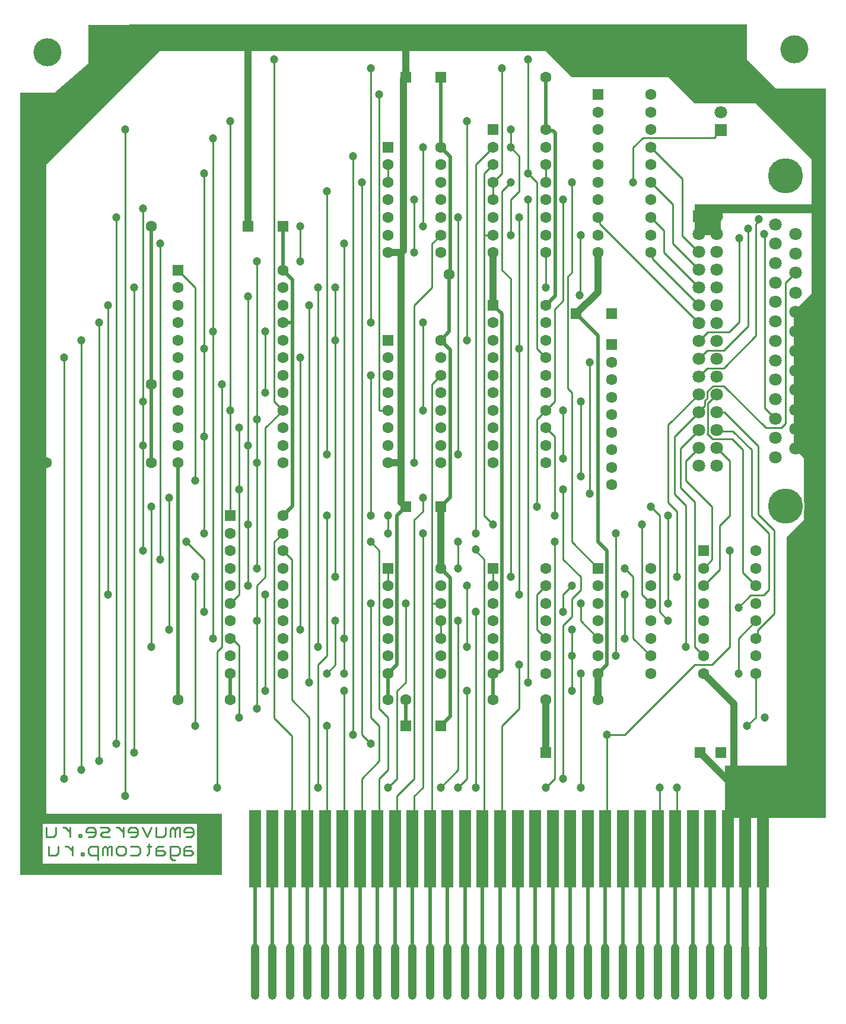
<source format=gbl>
G04*
G04 #@! TF.GenerationSoftware,Altium Limited,Altium Designer,23.6.0 (18)*
G04*
G04 Layer_Physical_Order=2*
G04 Layer_Color=16711680*
%FSLAX44Y44*%
%MOMM*%
G71*
G04*
G04 #@! TF.SameCoordinates,95C8D77B-5923-4534-9A55-EAB02A08894E*
G04*
G04*
G04 #@! TF.FilePolarity,Positive*
G04*
G01*
G75*
%ADD10C,0.2540*%
G04:AMPARAMS|DCode=24|XSize=1.2mm|YSize=8mm|CornerRadius=0.6mm|HoleSize=0mm|Usage=FLASHONLY|Rotation=0.000|XOffset=0mm|YOffset=0mm|HoleType=Round|Shape=RoundedRectangle|*
%AMROUNDEDRECTD24*
21,1,1.2000,6.8000,0,0,0.0*
21,1,0.0000,8.0000,0,0,0.0*
1,1,1.2000,0.0000,-3.4000*
1,1,1.2000,0.0000,-3.4000*
1,1,1.2000,0.0000,3.4000*
1,1,1.2000,0.0000,3.4000*
%
%ADD24ROUNDEDRECTD24*%
%ADD25R,1.7000X11.0000*%
%ADD26C,1.0000*%
%ADD27C,0.2500*%
%ADD28C,0.5500*%
%ADD29C,1.0000*%
%ADD30C,0.5001*%
%ADD31C,0.5000*%
%ADD33R,1.6000X1.6000*%
%ADD34C,5.0000*%
%ADD35C,1.8000*%
%ADD36C,1.6000*%
%ADD37R,1.6000X1.6000*%
%ADD38R,1.8000X1.8000*%
%ADD39C,4.0000*%
%ADD40C,1.2000*%
%ADD41C,1.2000*%
%ADD42R,3.7500X4.4150*%
G36*
X2612500Y1525000D02*
X2654100Y1483400D01*
Y1484100D01*
X2725000D01*
Y443750D01*
X2581250D01*
Y518750D01*
X2668750D01*
Y843750D01*
X2693750Y868750D01*
Y882041D01*
X2694335Y884479D01*
X2694675Y888800D01*
X2694335Y893121D01*
X2693750Y895558D01*
Y956950D01*
X2679100Y971600D01*
Y1166600D01*
X2704100Y1191600D01*
X2704100Y1306250D01*
X2556250D01*
Y1318750D01*
X2704100D01*
Y1383400D01*
X2656250Y1431250D01*
X2656250D01*
X2625000Y1462500D01*
X2537500D01*
X2500000Y1500000D01*
X2362500D01*
X2325000Y1537500D01*
X1775000D01*
X1612500Y1375000D01*
Y450000D01*
X1862500D01*
Y362500D01*
X1575000D01*
Y437500D01*
Y1478000D01*
X1624556D01*
X1672000Y1519323D01*
Y1574526D01*
X1787500Y1574954D01*
Y1575000D01*
X2612500D01*
Y1525000D01*
D02*
G37*
%LPC*%
G36*
X1827540Y435620D02*
X1607448D01*
Y378710D01*
X1827540D01*
Y435620D01*
D02*
G37*
%LPD*%
D10*
X1812463Y417211D02*
X1819128D01*
X1822460Y420543D01*
Y427207D01*
X1819128Y430540D01*
X1812463D01*
X1809131Y427207D01*
Y423875D01*
X1822460D01*
X1802466Y417211D02*
Y430540D01*
X1799134D01*
X1795802Y427207D01*
Y417211D01*
Y427207D01*
X1792470Y430540D01*
X1789137Y427207D01*
Y417211D01*
X1782473Y430540D02*
Y420543D01*
X1779141Y417211D01*
X1769144D01*
Y430540D01*
X1762479D02*
X1755815Y417211D01*
X1749150Y430540D01*
X1732489Y417211D02*
X1739153D01*
X1742486Y420543D01*
Y427207D01*
X1739153Y430540D01*
X1732489D01*
X1729157Y427207D01*
Y423875D01*
X1742486D01*
X1722492Y430540D02*
Y417211D01*
Y423875D01*
X1719160Y427207D01*
X1715828Y430540D01*
X1712495D01*
X1702499Y417211D02*
X1692502D01*
X1689170Y420543D01*
X1692502Y423875D01*
X1699166D01*
X1702499Y427207D01*
X1699166Y430540D01*
X1689170D01*
X1672508Y417211D02*
X1679173D01*
X1682505Y420543D01*
Y427207D01*
X1679173Y430540D01*
X1672508D01*
X1669176Y427207D01*
Y423875D01*
X1682505D01*
X1662511Y417211D02*
Y420543D01*
X1659179D01*
Y417211D01*
X1662511D01*
X1645850Y430540D02*
Y417211D01*
Y423875D01*
X1642518Y427207D01*
X1639186Y430540D01*
X1635853D01*
X1625857D02*
Y420543D01*
X1622524Y417211D01*
X1612528D01*
Y430540D01*
X1819128Y403783D02*
X1812463D01*
X1809131Y400451D01*
Y390454D01*
X1819128D01*
X1822460Y393787D01*
X1819128Y397119D01*
X1809131D01*
X1795802Y383790D02*
X1792470D01*
X1789137Y387122D01*
Y403783D01*
X1799134D01*
X1802466Y400451D01*
Y393787D01*
X1799134Y390454D01*
X1789137D01*
X1779141Y403783D02*
X1772476D01*
X1769144Y400451D01*
Y390454D01*
X1779141D01*
X1782473Y393787D01*
X1779141Y397119D01*
X1769144D01*
X1759147Y407116D02*
Y403783D01*
X1762479D01*
X1755815D01*
X1759147D01*
Y393787D01*
X1755815Y390454D01*
X1732489Y403783D02*
X1742486D01*
X1745818Y400451D01*
Y393787D01*
X1742486Y390454D01*
X1732489D01*
X1722492D02*
X1715828D01*
X1712496Y393787D01*
Y400451D01*
X1715828Y403783D01*
X1722492D01*
X1725824Y400451D01*
Y393787D01*
X1722492Y390454D01*
X1705831D02*
Y403783D01*
X1702499D01*
X1699166Y400451D01*
Y390454D01*
Y400451D01*
X1695834Y403783D01*
X1692502Y400451D01*
Y390454D01*
X1685837Y383790D02*
Y403783D01*
X1675841D01*
X1672508Y400451D01*
Y393787D01*
X1675841Y390454D01*
X1685837D01*
X1665844D02*
Y393787D01*
X1662512D01*
Y390454D01*
X1665844D01*
X1649182Y403783D02*
Y390454D01*
Y397119D01*
X1645850Y400451D01*
X1642518Y403783D01*
X1639186D01*
X1629189D02*
Y393787D01*
X1625857Y390454D01*
X1615860D01*
Y403783D01*
D24*
X2585000Y225000D02*
D03*
X2610001D02*
D03*
X2559999D02*
D03*
X2485000D02*
D03*
X2509999D02*
D03*
X2535000D02*
D03*
X2635000D02*
D03*
X2435000D02*
D03*
X2309999D02*
D03*
X2185001D02*
D03*
X2210000D02*
D03*
X2235001D02*
D03*
X2260000D02*
D03*
X2285001D02*
D03*
X2335001D02*
D03*
X2359999D02*
D03*
X2385000D02*
D03*
X2409999D02*
D03*
X2459999D02*
D03*
X2135001D02*
D03*
X1910000D02*
D03*
X1934999D02*
D03*
X1960000D02*
D03*
X1985001D02*
D03*
X2010000D02*
D03*
X2035001D02*
D03*
X2060000D02*
D03*
X2085001D02*
D03*
X2110000D02*
D03*
X2160000D02*
D03*
D25*
X2635000Y400000D02*
D03*
X2610001D02*
D03*
X2585000D02*
D03*
X2559999D02*
D03*
X2535000D02*
D03*
X2509999D02*
D03*
X2485000D02*
D03*
X2459999D02*
D03*
X2435000D02*
D03*
X2409999D02*
D03*
X2385000D02*
D03*
X2359999D02*
D03*
X2335001D02*
D03*
X2309999D02*
D03*
X2285001D02*
D03*
X2260000D02*
D03*
X2235001D02*
D03*
X2210000D02*
D03*
X2185001D02*
D03*
X2160000D02*
D03*
X2135001D02*
D03*
X2110000D02*
D03*
X2085001D02*
D03*
X2060000D02*
D03*
X2035001D02*
D03*
X2010000D02*
D03*
X1985001D02*
D03*
X1960000D02*
D03*
X1934999D02*
D03*
X1910000D02*
D03*
D26*
X2545000Y537500D02*
X2587500Y495000D01*
X2400000Y1193750D02*
Y1250000D01*
X2368750Y1162500D02*
X2400000Y1193750D01*
X2550000Y650000D02*
X2593750Y606250D01*
Y499204D02*
Y606250D01*
X2325000Y537500D02*
Y612500D01*
X2121651Y1252854D02*
Y1491142D01*
X2118808Y893692D02*
Y950000D01*
X2121651Y1491142D02*
X2122000Y1491491D01*
X2100000Y1250000D02*
X2118797D01*
X2122000Y1491491D02*
Y1497000D01*
X2118797Y1250000D02*
X2121651Y1252854D01*
X2118797Y950000D02*
Y1250000D01*
X2122000Y1497000D02*
X2125000Y1500000D01*
X2400000Y612500D02*
Y650000D01*
X2125000Y1500000D02*
Y1550000D01*
X1900000Y1287500D02*
Y1550000D01*
X2100000Y950000D02*
X2118750D01*
X2175000Y800000D02*
Y887500D01*
X2250000Y1175000D02*
Y1250000D01*
D27*
X2556155Y990571D02*
G03*
X2556250Y991254I-2405J684D01*
G01*
X2537500Y687500D02*
Y894248D01*
X2517018Y914731D02*
X2537500Y894248D01*
X2517018Y914731D02*
Y970578D01*
X2525000Y687500D02*
Y889387D01*
X2508841Y905546D02*
Y987801D01*
Y905546D02*
X2525000Y889387D01*
X2517018Y970578D02*
X2543285Y996845D01*
X2508841Y987801D02*
X2543285Y1022245D01*
X2606250Y793750D02*
X2625000Y775000D01*
X2587500Y875000D02*
Y952630D01*
X2573167Y798167D02*
Y860667D01*
X2587500Y875000D01*
X2568685Y971445D02*
X2587500Y952630D01*
X2606250Y793750D02*
Y968750D01*
X2590950Y984050D02*
X2606250Y968750D01*
X2550000Y775000D02*
X2573167Y798167D01*
X2562500Y662500D02*
X2587500Y687500D01*
Y825000D01*
X2600000Y743750D02*
X2617500Y761250D01*
X2600000Y650000D02*
Y700000D01*
X2625000Y725000D01*
X2450000Y1350000D02*
Y1400000D01*
X2463750Y1413750D02*
X2565786D01*
X2450000Y1400000D02*
X2463750Y1413750D01*
X2475000Y1350000D02*
X2506250Y1318750D01*
Y1262500D02*
Y1318750D01*
Y1262500D02*
X2547859Y1220891D01*
X2493750Y1250000D02*
Y1281250D01*
X2475000Y1300000D02*
X2493750Y1281250D01*
Y1250000D02*
X2543495Y1200255D01*
X2555535Y1110695D02*
X2579445D01*
X2613527Y1144777D02*
Y1284193D01*
X2579445Y1110695D02*
X2613527Y1144777D01*
X2586810Y1136810D02*
X2601206Y1151206D01*
Y1270458D01*
X2556250Y1136810D02*
X2586810D01*
X2625000Y1131250D02*
Y1290795D01*
X2579045Y1085295D02*
X2625000Y1131250D01*
X2667535Y1207186D02*
X2681250Y1220900D01*
X2667535Y1006500D02*
Y1207186D01*
X2563611Y1059895D02*
X2579069D01*
X2638965Y1000000D01*
X2580005Y1022245D02*
X2628063Y974186D01*
Y876705D02*
X2651238Y853530D01*
X2628063Y876705D02*
Y974186D01*
X2651238Y735328D02*
Y853530D01*
X2627583Y711673D02*
X2651238Y735328D01*
X2519934Y1273816D02*
Y1355066D01*
Y1273816D02*
X2547967Y1245783D01*
X2477274Y1240657D02*
X2543285Y1174645D01*
X2477274Y1240657D02*
Y1247726D01*
X2475000Y1250000D02*
X2477274Y1247726D01*
X2543285Y1123845D02*
X2556250Y1136810D01*
X2400000Y1300000D02*
X2402074Y1297926D01*
Y1290457D02*
Y1297926D01*
Y1290457D02*
X2543285Y1149245D01*
Y1098445D02*
X2555535Y1110695D01*
X2543285Y1073045D02*
X2555535Y1085295D01*
X2579045D01*
X2562500Y812500D02*
Y887500D01*
X2525000Y925000D02*
Y953160D01*
Y925000D02*
X2562500Y887500D01*
X2525000Y953160D02*
X2543285Y971445D01*
X2537500Y687500D02*
X2550000Y675000D01*
X2555535Y1051819D02*
X2563611Y1059895D01*
X2543285Y1022245D02*
Y1023347D01*
X2551750Y1031812D01*
Y1038786D01*
X2555535Y1042571D01*
Y1051819D01*
X2556155Y990571D02*
X2562675Y984050D01*
X2556250Y991254D02*
Y1035210D01*
X2568685Y1047645D01*
Y1022245D02*
X2580005D01*
X2568685Y995209D02*
X2592291D01*
X2562675Y984050D02*
X2590950D01*
X2500000Y1004360D02*
X2543285Y1047645D01*
X2500000Y893750D02*
Y1004360D01*
Y893750D02*
X2512500Y881250D01*
X2374192Y1189924D02*
Y1274192D01*
X2373384Y1189116D02*
X2374192Y1189924D01*
Y1274192D02*
X2375000Y1275000D01*
X2387500Y906250D02*
Y1093750D01*
X2362500Y837500D02*
Y1050000D01*
X2356250Y1056250D02*
Y1215625D01*
Y1056250D02*
X2362500Y1050000D01*
X2350000Y956250D02*
Y1025000D01*
X2362500Y1221875D02*
Y1350000D01*
X2356250Y1215625D02*
X2362500Y1221875D01*
X2636956Y1276068D02*
X2637500Y1275524D01*
Y1028550D02*
Y1275524D01*
X2625000Y1290795D02*
X2629086Y1294881D01*
Y1297360D01*
X2637500Y1028550D02*
X2652850Y1013200D01*
X2638965Y1000000D02*
X2661035D01*
X2667535Y1006500D01*
X2618750Y874220D02*
Y968750D01*
X2592291Y995209D02*
X2618750Y968750D01*
X2375000Y931250D02*
Y1037500D01*
X2325000Y1025000D02*
X2337500Y1037500D01*
Y1168750D01*
X2312500Y1012500D02*
X2325000Y1025000D01*
X2362500Y837500D02*
X2400000Y800000D01*
X2627583Y702583D02*
Y711673D01*
X2617500Y761250D02*
X2636250D01*
X2643750Y768750D01*
Y849220D01*
X2618750Y874220D02*
X2643750Y849220D01*
X2500000Y750000D02*
Y875000D01*
X2567250Y1416850D02*
X2575000Y1424600D01*
X2567250Y1415215D02*
Y1416850D01*
X2565786Y1413750D02*
X2567250Y1415215D01*
X2475000Y1400000D02*
X2519934Y1355066D01*
X2512500Y787500D02*
Y881250D01*
X2487500Y737500D02*
X2500000Y725000D01*
X2475000Y887500D02*
X2487500Y875000D01*
Y737500D02*
Y875000D01*
X1856250Y487500D02*
Y681250D01*
X1862500Y687500D02*
Y1062500D01*
X1856250Y681250D02*
X1862500Y687500D01*
X1850000Y700000D02*
Y1137500D01*
X2412500Y562500D02*
X2412500Y562500D01*
X2437500D01*
X2537500Y662500D02*
X2562500D01*
X2437500Y562500D02*
X2537500Y662500D01*
X1825000Y925000D02*
Y1200000D01*
X2200000Y962500D02*
Y1300000D01*
X2325000Y1200000D02*
Y1250000D01*
X2025000Y787500D02*
Y1200000D01*
X2625000Y587500D02*
Y650000D01*
X2612500Y575000D02*
X2625000Y587500D01*
X2137500Y1250000D02*
Y1325000D01*
X2337500Y875000D02*
Y987500D01*
X2375000Y768750D02*
Y787500D01*
X2350000Y812500D02*
X2375000Y787500D01*
X2362500Y756250D02*
X2375000Y768750D01*
X2362500Y731250D02*
Y756250D01*
X2350000Y718750D02*
X2362500Y731250D01*
X2350000Y737500D02*
Y762500D01*
X2362500Y775000D01*
X2350000Y812500D02*
Y912500D01*
X2337500Y500000D02*
Y837500D01*
X1937500D02*
X1950000Y850000D01*
X1937500Y586035D02*
Y837500D01*
X2350000Y1181250D02*
Y1325000D01*
X2337500Y1168750D02*
X2350000Y1181250D01*
X2312500Y1112500D02*
X2325000Y1100000D01*
X2312500Y1112500D02*
Y1350000D01*
X2137500Y500000D02*
Y868750D01*
X2150000Y881250D02*
Y900000D01*
X2137500Y868750D02*
X2150000Y881250D01*
X1987500Y450000D02*
Y587500D01*
X1962500Y612500D02*
X1987500Y587500D01*
X1962500Y612500D02*
Y812500D01*
X1937500Y586035D02*
X1962500Y561035D01*
Y400000D02*
Y561035D01*
X1887500Y587500D02*
Y689464D01*
X1876965Y700000D02*
X1887500Y689464D01*
X1875000Y700000D02*
X1876965D01*
X1887500Y912500D02*
Y1000000D01*
X1875000Y750000D02*
X1887500Y762500D01*
Y912500D01*
X1837500Y737500D02*
Y812500D01*
X1812500Y837500D02*
X1837500Y812500D01*
X1925000Y1000000D02*
X1950000Y1025000D01*
X1925000Y787500D02*
Y1000000D01*
X1800000Y1225000D02*
Y1225000D01*
Y1225000D02*
X1806750Y1218250D01*
X1806750D02*
X1825000Y1200000D01*
X1806750Y1218250D02*
X1806750D01*
X2225000Y850000D02*
Y1375000D01*
X2250000Y1400000D01*
X2237500Y1275000D02*
Y1362500D01*
X2250000Y1375000D01*
X2137500Y950000D02*
Y1175000D01*
X2162500Y1200000D02*
Y1262500D01*
X2137500Y1175000D02*
X2162500Y1200000D01*
Y1262500D02*
X2175000Y1275000D01*
X2162500Y750000D02*
Y1062500D01*
X2175000Y1075000D01*
X2325000Y487500D02*
X2337500Y500000D01*
X2312500Y887500D02*
Y1012500D01*
X2325000Y1000000D02*
X2337500Y987500D01*
X2437500Y800000D02*
X2450000Y787500D01*
Y700000D02*
Y787500D01*
X2462500Y762500D02*
X2475000Y750000D01*
X2462500Y762500D02*
Y862500D01*
X2450000Y700000D02*
X2475000Y675000D01*
X2312500Y712500D02*
Y762500D01*
Y712500D02*
X2325000Y700000D01*
X2312500Y762500D02*
X2325000Y775000D01*
X2350000Y500000D02*
Y718750D01*
X2362500Y625000D02*
Y712500D01*
X2375000Y725000D02*
Y750000D01*
Y725000D02*
X2400000Y700000D01*
X1837500Y850000D02*
Y987500D01*
X2225000Y825000D02*
Y826658D01*
Y825000D02*
X2237500Y812500D01*
X2200000Y512500D02*
Y725000D01*
X2212500Y1125000D02*
Y1437500D01*
X1850000Y1137500D02*
Y1412500D01*
X1875000Y1025000D02*
Y1437500D01*
Y875000D02*
Y1025000D01*
X1837500Y1112500D02*
Y1362500D01*
Y987500D02*
Y1112500D01*
X1912500Y1012500D02*
Y1237500D01*
Y950000D02*
Y1012500D01*
Y800000D02*
Y950000D01*
X1900000Y975000D02*
Y1187500D01*
Y862500D02*
Y975000D01*
Y775000D02*
Y862500D01*
X1637500Y500000D02*
Y1100000D01*
X1662500Y512500D02*
Y1125000D01*
X1687500Y525000D02*
Y1150000D01*
X1700000Y762500D02*
Y1175000D01*
X1712500Y550000D02*
Y1300000D01*
X1725000Y475000D02*
Y1425000D01*
X1737500Y537500D02*
Y1200000D01*
X1750000Y825000D02*
Y1312500D01*
X1762500Y687500D02*
Y887500D01*
X1775000Y812500D02*
Y1262500D01*
X1787500Y712500D02*
Y900000D01*
X1825000Y575000D02*
Y787500D01*
X1937500Y1037500D02*
Y1525000D01*
Y1037500D02*
X1950000Y1025000D01*
X1912500Y775000D02*
X1925000Y787500D01*
X1912500Y725000D02*
Y775000D01*
Y600000D02*
Y725000D01*
X1925000Y625000D02*
Y762500D01*
X1975000Y1237500D02*
Y1287500D01*
X1950000Y825000D02*
X1962500Y812500D01*
X2000000Y487500D02*
Y662500D01*
X2012500Y675000D01*
Y875000D01*
X1975000Y712500D02*
Y1100000D01*
X1987500Y637500D02*
Y1175000D01*
X2000000Y687500D02*
Y1200000D01*
X2012500Y650000D02*
X2025000Y662500D01*
Y725000D01*
X2012500Y962500D02*
Y1337500D01*
X2050000Y562500D02*
Y1387500D01*
X2037500Y650000D02*
Y1262500D01*
X2062500Y562500D02*
Y1350000D01*
Y562500D02*
X2075000Y550000D01*
X2037500Y450000D02*
Y625000D01*
X2012500Y450000D02*
Y575000D01*
X2062500Y450000D02*
Y500000D01*
X2087500Y525000D01*
Y575000D01*
X2075000Y587500D02*
X2087500Y575000D01*
X2075000Y587500D02*
Y750000D01*
X2100000Y775000D02*
Y800000D01*
Y850000D02*
Y875000D01*
X2075000Y837500D02*
X2087500Y825000D01*
Y600000D02*
Y825000D01*
Y600000D02*
X2100000Y587500D01*
Y512500D02*
Y587500D01*
X2087500Y500000D02*
X2100000Y512500D01*
X2087500Y450000D02*
Y500000D01*
X2100000Y487500D02*
X2112500Y500000D01*
Y625000D01*
X2125000Y637500D01*
Y750000D01*
X2087500Y1025000D02*
Y1475000D01*
Y1025000D02*
X2100000D01*
X2075000Y875000D02*
Y1075000D01*
Y1150000D02*
Y1512500D01*
X2150000Y1287500D02*
Y1400000D01*
X2162500Y450000D02*
X2162500Y750000D01*
X2175000D01*
X2150000Y1025000D02*
Y1150000D01*
X2237500Y875000D02*
X2250000Y862500D01*
X2237500Y875000D02*
Y1275000D01*
X2250000D01*
X2262500Y1362500D02*
Y1512500D01*
X2250000Y1350000D02*
X2262500Y1362500D01*
X2250000Y1325000D02*
Y1350000D01*
X2275000Y1400000D02*
Y1425000D01*
Y1400000D02*
X2287500Y1387500D01*
Y1337500D02*
Y1387500D01*
X2275000Y1325000D02*
X2287500Y1337500D01*
X2275000Y1275000D02*
Y1325000D01*
X2262500Y1337500D02*
X2275000Y1350000D01*
X2262500Y1225000D02*
Y1337500D01*
Y1225000D02*
X2275000Y1212500D01*
Y787500D02*
Y1212500D01*
X2250000Y775000D02*
Y800000D01*
X2200000D02*
Y837500D01*
X2112500Y475000D02*
X2137500Y500000D01*
X2112500Y450000D02*
Y475000D01*
X2137500Y450000D02*
Y475000D01*
X2150000Y487500D01*
Y850000D01*
X2212500Y687500D02*
Y775000D01*
X2175000Y700000D02*
Y725000D01*
Y487500D02*
X2200000Y512500D01*
Y487500D02*
X2212500Y500000D01*
Y625000D01*
X2225000Y487500D02*
Y737500D01*
X2237500Y450000D02*
X2237500Y812500D01*
X2300000Y1362500D02*
Y1525000D01*
Y1362500D02*
X2312500Y1350000D01*
X2287500Y1112500D02*
Y1300000D01*
Y762500D02*
Y1112500D01*
X2300000Y637500D02*
Y1325000D01*
X2287500Y600000D02*
Y662500D01*
X2262500Y575000D02*
X2287500Y600000D01*
X2262500Y450000D02*
Y575000D01*
X2375000Y487500D02*
Y650000D01*
X2412500Y450000D02*
Y562500D01*
X2487500Y450000D02*
Y487500D01*
X2512500Y450000D02*
Y487500D01*
X2550000Y800000D02*
X2562500Y812500D01*
X2437500Y700000D02*
Y762500D01*
X2425000Y675000D02*
Y850000D01*
X1925000Y1050000D02*
Y1137500D01*
X2325000Y1350000D02*
Y1375000D01*
X2100000Y1350000D02*
Y1375000D01*
D28*
X2187500Y1218750D02*
X2189016Y1220266D01*
Y1385984D01*
X2187500Y1137500D02*
Y1218750D01*
X2175000Y1125000D02*
X2187500Y1137500D01*
X2325000Y1175000D02*
X2338432Y1188432D01*
Y1420008D01*
X1963678Y1150000D02*
Y1211322D01*
Y888678D02*
Y1150000D01*
X1950000Y1150000D02*
X1963678D01*
X1963678Y1150000D01*
X2175000Y800000D02*
X2189093Y785907D01*
X2175000Y575000D02*
X2189093Y589093D01*
Y785907D01*
X2175000Y1125000D02*
X2188992Y1111008D01*
X2175000Y887500D02*
X2188992Y901492D01*
Y1111008D01*
X1950000Y875000D02*
X1963678Y888678D01*
X1950000Y1225000D02*
X1963678Y1211322D01*
X2175000Y1400000D02*
X2189016Y1385984D01*
X2325000Y1425000D02*
X2326770Y1423230D01*
X2335211D01*
X2338432Y1420008D01*
X1950000Y1225000D02*
Y1287500D01*
X2175000Y1400000D02*
Y1500000D01*
X2325000Y1425000D02*
Y1500000D01*
D29*
X2635000Y261002D02*
Y348301D01*
X2610001Y261002D02*
Y353301D01*
D30*
X1934999Y261002D02*
Y348301D01*
X2559999Y262001D02*
Y353301D01*
X2585000Y261002D02*
Y348301D01*
X2435000Y262001D02*
Y353301D01*
X2359999Y261002D02*
Y348301D01*
X2385000Y261002D02*
Y348301D01*
X2409999Y261002D02*
Y348301D01*
X2459999Y261002D02*
Y348301D01*
X2485000Y262001D02*
Y348301D01*
X2509999Y261002D02*
Y348301D01*
X2535000Y261002D02*
Y348301D01*
X2309999Y261002D02*
Y353301D01*
X2335001Y261002D02*
Y353301D01*
X2285001Y261002D02*
Y353301D01*
X2260000Y261002D02*
Y348301D01*
X2235001Y261002D02*
Y348301D01*
X2210000Y261002D02*
Y353301D01*
X2185001Y261002D02*
Y348301D01*
X2160000Y262001D02*
Y353301D01*
X2135001Y265000D02*
Y348301D01*
X2110000Y264002D02*
Y348301D01*
X2085001Y261002D02*
Y348301D01*
X2060000Y263001D02*
Y348301D01*
X2035001Y262001D02*
Y353301D01*
X2010000Y261002D02*
Y348301D01*
X1985001Y261002D02*
Y348301D01*
X1960000Y263001D02*
Y353301D01*
X1910000Y263001D02*
Y348301D01*
D31*
X2587500Y493750D02*
Y495000D01*
X2400000Y1131250D02*
Y1131250D01*
Y1131250D02*
X2400000Y837500D01*
X2368750Y1162500D02*
X2400000Y1131250D01*
X2400000Y837500D02*
X2412500Y825000D01*
X2125000Y575000D02*
Y612500D01*
X2250000D02*
Y650000D01*
X2100000Y612500D02*
Y650000D01*
X1762500Y1062500D02*
X1762500Y1062500D01*
X1762500Y1062500D02*
Y1287500D01*
X2118808Y893692D02*
X2125000Y887500D01*
X2412500Y662500D02*
Y825000D01*
X2250000Y1175000D02*
X2262500Y1162500D01*
X2250000Y650000D02*
X2252105Y652105D01*
X2259327D01*
X2262500Y655278D01*
Y1162500D01*
X2112500Y875000D02*
X2125000Y887500D01*
X2112500Y662500D02*
Y875000D01*
X1875000Y612500D02*
Y650000D01*
X2400000Y650000D02*
X2412500Y662500D01*
X1762500Y950000D02*
Y1062500D01*
X1800000Y612500D02*
Y950000D01*
X2100000Y650000D02*
X2112500Y662500D01*
D33*
X2545000Y537500D02*
D03*
X2575000D02*
D03*
X2325000D02*
D03*
X2368750Y1162500D02*
D03*
X2418750D02*
D03*
X1900000Y1287500D02*
D03*
X1950000D02*
D03*
X2125000Y887500D02*
D03*
X2175000D02*
D03*
X2125000Y575000D02*
D03*
X2175000D02*
D03*
X2125000Y1500000D02*
D03*
X2175000D02*
D03*
D34*
X2667050Y888800D02*
D03*
Y1359200D02*
D03*
D35*
X2652850Y957800D02*
D03*
Y985500D02*
D03*
Y1013200D02*
D03*
Y1040900D02*
D03*
Y1068600D02*
D03*
Y1096300D02*
D03*
Y1124000D02*
D03*
Y1151700D02*
D03*
Y1179400D02*
D03*
Y1207100D02*
D03*
Y1234800D02*
D03*
Y1262500D02*
D03*
Y1290200D02*
D03*
X2681250Y1276300D02*
D03*
Y1248600D02*
D03*
Y1220900D02*
D03*
Y1192900D02*
D03*
Y1165200D02*
D03*
Y1137500D02*
D03*
Y1109500D02*
D03*
Y1081800D02*
D03*
Y1054100D02*
D03*
Y1026100D02*
D03*
Y998400D02*
D03*
Y970700D02*
D03*
X2568685Y1301645D02*
D03*
X2543285Y1276245D02*
D03*
X2568685D02*
D03*
X2543285Y1250845D02*
D03*
X2568685D02*
D03*
X2543285Y1225445D02*
D03*
X2568685D02*
D03*
X2543285Y1200045D02*
D03*
X2568685D02*
D03*
X2543285Y1174645D02*
D03*
X2568685D02*
D03*
X2543285Y1149245D02*
D03*
X2568685D02*
D03*
X2543285Y1123845D02*
D03*
X2568685D02*
D03*
X2543285Y1098445D02*
D03*
X2568685D02*
D03*
X2543285Y1073045D02*
D03*
X2568685D02*
D03*
X2543285Y1047645D02*
D03*
Y1022245D02*
D03*
Y996845D02*
D03*
Y971445D02*
D03*
Y946045D02*
D03*
X2568685Y1047645D02*
D03*
Y1022245D02*
D03*
Y996845D02*
D03*
Y971445D02*
D03*
Y946045D02*
D03*
X2575000Y1450000D02*
D03*
D36*
X2418750Y918750D02*
D03*
Y943750D02*
D03*
Y968750D02*
D03*
Y993750D02*
D03*
Y1018750D02*
D03*
Y1068750D02*
D03*
Y1043750D02*
D03*
Y1093750D02*
D03*
X2550000Y800000D02*
D03*
Y750000D02*
D03*
Y775000D02*
D03*
Y725000D02*
D03*
Y700000D02*
D03*
Y675000D02*
D03*
Y650000D02*
D03*
X2625000D02*
D03*
Y675000D02*
D03*
Y700000D02*
D03*
Y725000D02*
D03*
Y775000D02*
D03*
Y750000D02*
D03*
Y800000D02*
D03*
Y825000D02*
D03*
X1950000Y775000D02*
D03*
Y750000D02*
D03*
Y700000D02*
D03*
Y725000D02*
D03*
Y675000D02*
D03*
X1875000Y650000D02*
D03*
Y675000D02*
D03*
Y700000D02*
D03*
Y725000D02*
D03*
Y750000D02*
D03*
Y775000D02*
D03*
Y825000D02*
D03*
Y800000D02*
D03*
Y850000D02*
D03*
X1950000Y825000D02*
D03*
Y800000D02*
D03*
Y850000D02*
D03*
Y875000D02*
D03*
Y650000D02*
D03*
X2250000Y775000D02*
D03*
Y725000D02*
D03*
Y750000D02*
D03*
Y700000D02*
D03*
Y675000D02*
D03*
Y650000D02*
D03*
X2325000D02*
D03*
Y675000D02*
D03*
Y700000D02*
D03*
Y725000D02*
D03*
Y750000D02*
D03*
Y800000D02*
D03*
Y775000D02*
D03*
X2100000D02*
D03*
Y725000D02*
D03*
Y750000D02*
D03*
Y700000D02*
D03*
Y675000D02*
D03*
Y650000D02*
D03*
X2175000D02*
D03*
Y675000D02*
D03*
Y700000D02*
D03*
Y725000D02*
D03*
Y750000D02*
D03*
Y800000D02*
D03*
Y775000D02*
D03*
X2400000D02*
D03*
Y725000D02*
D03*
Y750000D02*
D03*
Y700000D02*
D03*
Y675000D02*
D03*
Y650000D02*
D03*
X2475000D02*
D03*
Y675000D02*
D03*
Y700000D02*
D03*
Y725000D02*
D03*
Y750000D02*
D03*
Y800000D02*
D03*
Y775000D02*
D03*
X2325000Y1175000D02*
D03*
Y1150000D02*
D03*
Y1125000D02*
D03*
Y1100000D02*
D03*
X2250000Y1150000D02*
D03*
Y1100000D02*
D03*
Y1125000D02*
D03*
Y1075000D02*
D03*
Y1050000D02*
D03*
Y1025000D02*
D03*
Y1000000D02*
D03*
Y975000D02*
D03*
Y950000D02*
D03*
X2325000D02*
D03*
Y975000D02*
D03*
Y1025000D02*
D03*
Y1000000D02*
D03*
Y1050000D02*
D03*
Y1075000D02*
D03*
X2100000Y1100000D02*
D03*
Y1050000D02*
D03*
Y1075000D02*
D03*
Y1025000D02*
D03*
Y1000000D02*
D03*
Y975000D02*
D03*
Y950000D02*
D03*
X2175000D02*
D03*
Y975000D02*
D03*
Y1000000D02*
D03*
Y1025000D02*
D03*
Y1075000D02*
D03*
Y1050000D02*
D03*
Y1100000D02*
D03*
Y1125000D02*
D03*
X2475000Y1475000D02*
D03*
Y1450000D02*
D03*
Y1425000D02*
D03*
Y1400000D02*
D03*
X2400000Y1450000D02*
D03*
Y1400000D02*
D03*
Y1425000D02*
D03*
Y1375000D02*
D03*
Y1350000D02*
D03*
Y1325000D02*
D03*
Y1300000D02*
D03*
Y1275000D02*
D03*
Y1250000D02*
D03*
X2475000D02*
D03*
Y1275000D02*
D03*
Y1325000D02*
D03*
Y1300000D02*
D03*
Y1350000D02*
D03*
Y1375000D02*
D03*
X2250000Y1400000D02*
D03*
Y1350000D02*
D03*
Y1375000D02*
D03*
Y1325000D02*
D03*
Y1300000D02*
D03*
Y1275000D02*
D03*
Y1250000D02*
D03*
X2325000D02*
D03*
Y1275000D02*
D03*
Y1300000D02*
D03*
Y1325000D02*
D03*
Y1375000D02*
D03*
Y1350000D02*
D03*
Y1400000D02*
D03*
Y1425000D02*
D03*
X2100000Y1375000D02*
D03*
Y1325000D02*
D03*
Y1350000D02*
D03*
Y1300000D02*
D03*
Y1275000D02*
D03*
Y1250000D02*
D03*
X2175000D02*
D03*
Y1275000D02*
D03*
Y1300000D02*
D03*
Y1325000D02*
D03*
Y1350000D02*
D03*
Y1400000D02*
D03*
Y1375000D02*
D03*
X1950000Y1025000D02*
D03*
Y1000000D02*
D03*
Y950000D02*
D03*
Y975000D02*
D03*
X1800000Y950000D02*
D03*
Y975000D02*
D03*
Y1000000D02*
D03*
Y1025000D02*
D03*
Y1050000D02*
D03*
Y1075000D02*
D03*
Y1100000D02*
D03*
Y1125000D02*
D03*
Y1175000D02*
D03*
Y1150000D02*
D03*
Y1200000D02*
D03*
X1950000Y1075000D02*
D03*
Y1050000D02*
D03*
Y1100000D02*
D03*
Y1125000D02*
D03*
Y1175000D02*
D03*
Y1150000D02*
D03*
Y1200000D02*
D03*
Y1225000D02*
D03*
X2325000Y612500D02*
D03*
X2125000D02*
D03*
X2100000D02*
D03*
X2250000D02*
D03*
X1762500Y1287500D02*
D03*
X2187500Y1218750D02*
D03*
X1612500Y950000D02*
D03*
X1762500D02*
D03*
X2325000Y1500000D02*
D03*
X2400000Y612500D02*
D03*
X1800000D02*
D03*
X1875000D02*
D03*
X1762500Y1062500D02*
D03*
D37*
X2418750Y1118750D02*
D03*
X2550000Y825000D02*
D03*
X1875000Y875000D02*
D03*
X2250000Y800000D02*
D03*
X2100000D02*
D03*
X2400000D02*
D03*
X2250000Y1175000D02*
D03*
X2100000Y1125000D02*
D03*
X2400000Y1475000D02*
D03*
X2250000Y1425000D02*
D03*
X2100000Y1400000D02*
D03*
X1800000Y1225000D02*
D03*
D38*
X2543285Y1301645D02*
D03*
X2575000Y1424600D02*
D03*
D39*
X1614000Y1535000D02*
D03*
X2680000Y1540000D02*
D03*
D40*
X2587500Y825000D02*
D03*
X2525000Y687500D02*
D03*
X2373384Y1189116D02*
D03*
X2500000Y750000D02*
D03*
X2475000Y887500D02*
D03*
X2500000Y875000D02*
D03*
X1850000Y700000D02*
D03*
X1856250Y487500D02*
D03*
X2600000Y650000D02*
D03*
X1825000Y925000D02*
D03*
X2325000Y1200000D02*
D03*
X2025000D02*
D03*
X2137500Y1325000D02*
D03*
X2362500Y775000D02*
D03*
X2350000Y737500D02*
D03*
X2337500Y837500D02*
D03*
X2137500Y1250000D02*
D03*
X2350000Y1325000D02*
D03*
X2362500Y712500D02*
D03*
X1837500Y850000D02*
D03*
X2225000Y826658D02*
D03*
X2200000Y725000D02*
D03*
Y962500D02*
D03*
Y1300000D02*
D03*
X2425000Y850000D02*
D03*
X1762500Y687500D02*
D03*
X2437500Y800000D02*
D03*
Y762500D02*
D03*
X2225000Y850000D02*
D03*
X2200000Y837500D02*
D03*
Y800000D02*
D03*
X2212500Y775000D02*
D03*
X2225000Y737500D02*
D03*
X2125000Y750000D02*
D03*
X2150000Y900000D02*
D03*
Y850000D02*
D03*
X2137500Y950000D02*
D03*
X2150000Y1025000D02*
D03*
X2212500Y1125000D02*
D03*
X2150000Y1150000D02*
D03*
Y1287500D02*
D03*
X1937500Y1525000D02*
D03*
X2075000Y1512500D02*
D03*
X2087500Y1475000D02*
D03*
X2150000Y1400000D02*
D03*
X2212500Y1437500D02*
D03*
X2262500Y1512500D02*
D03*
X2300000Y1525000D02*
D03*
X2275000Y1425000D02*
D03*
Y1400000D02*
D03*
Y1350000D02*
D03*
X2300000Y1362500D02*
D03*
Y1325000D02*
D03*
X2287500Y1300000D02*
D03*
X2275000Y1275000D02*
D03*
X2450000Y1350000D02*
D03*
X2362500D02*
D03*
X2375000Y1275000D02*
D03*
X2287500Y1112500D02*
D03*
X2250000Y862500D02*
D03*
X2350000Y912500D02*
D03*
X2312500Y887500D02*
D03*
X2337500Y875000D02*
D03*
X2275000Y787500D02*
D03*
X2287500Y762500D02*
D03*
X2375000Y750000D02*
D03*
X2462500Y862500D02*
D03*
X2512500Y787500D02*
D03*
X2637500Y587500D02*
D03*
X2612500Y575000D02*
D03*
X2500000Y725000D02*
D03*
X2437500Y700000D02*
D03*
X2425000Y675000D02*
D03*
X2212500Y687500D02*
D03*
Y625000D02*
D03*
X2287500Y662500D02*
D03*
X2300000Y637500D02*
D03*
X2362500Y675000D02*
D03*
X2375000Y650000D02*
D03*
X2362500Y625000D02*
D03*
X2412500Y562500D02*
D03*
X2512500Y487500D02*
D03*
X2487500D02*
D03*
X2375000D02*
D03*
X2350000Y500000D02*
D03*
X2325000Y487500D02*
D03*
X2225000D02*
D03*
X2200000D02*
D03*
X2175000D02*
D03*
X1925000Y625000D02*
D03*
X2037500D02*
D03*
X2100000Y487500D02*
D03*
X2000000D02*
D03*
X1637500Y500000D02*
D03*
X1662500Y512500D02*
D03*
X1687500Y525000D02*
D03*
X1712500Y550000D02*
D03*
X1737500Y537500D02*
D03*
X1725000Y475000D02*
D03*
X1825000Y575000D02*
D03*
X1887500Y587500D02*
D03*
X1912500Y600000D02*
D03*
X2012500Y575000D02*
D03*
X2050000Y562500D02*
D03*
X2075000Y550000D02*
D03*
X2037500Y650000D02*
D03*
X2012500D02*
D03*
X1987500Y637500D02*
D03*
X2000000Y687500D02*
D03*
X2037500Y700000D02*
D03*
X2100000Y850000D02*
D03*
Y875000D02*
D03*
X2075000D02*
D03*
Y837500D02*
D03*
Y750000D02*
D03*
X1975000Y712500D02*
D03*
X2025000Y725000D02*
D03*
Y787500D02*
D03*
X2012500Y875000D02*
D03*
X1925000Y762500D02*
D03*
X1912500Y725000D02*
D03*
X1900000Y775000D02*
D03*
X1912500Y800000D02*
D03*
X1900000Y862500D02*
D03*
X1887500Y912500D02*
D03*
X1787500Y712500D02*
D03*
X1837500Y737500D02*
D03*
X1812500Y837500D02*
D03*
X1825000Y787500D02*
D03*
X1700000Y762500D02*
D03*
X1750000Y825000D02*
D03*
X1775000Y812500D02*
D03*
X1762500Y887500D02*
D03*
X1787500Y900000D02*
D03*
X1912500Y950000D02*
D03*
X2012500Y962500D02*
D03*
X2075000Y1075000D02*
D03*
Y1150000D02*
D03*
X2025000Y1125000D02*
D03*
X2000000Y1200000D02*
D03*
X1987500Y1175000D02*
D03*
X1975000Y1100000D02*
D03*
X1900000Y975000D02*
D03*
X1925000Y1137500D02*
D03*
Y1050000D02*
D03*
X1912500Y1012500D02*
D03*
X1887500Y1000000D02*
D03*
X1875000Y1025000D02*
D03*
X1862500Y1062500D02*
D03*
X1837500Y987500D02*
D03*
Y1112500D02*
D03*
X1850000Y1137500D02*
D03*
X1900000Y1187500D02*
D03*
X1750000Y975000D02*
D03*
Y1037500D02*
D03*
X1637500Y1100000D02*
D03*
X1662500Y1125000D02*
D03*
X1687500Y1150000D02*
D03*
X1700000Y1175000D02*
D03*
X1737500Y1200000D02*
D03*
X1912500Y1237500D02*
D03*
X2037500Y1262500D02*
D03*
X1975000Y1237500D02*
D03*
Y1287500D02*
D03*
X2050000Y1387500D02*
D03*
X2062500Y1350000D02*
D03*
X2012500Y1337500D02*
D03*
X1775000Y1262500D02*
D03*
X1712500Y1300000D02*
D03*
X1750000Y1312500D02*
D03*
X1837500Y1362500D02*
D03*
X1875000Y1437500D02*
D03*
X1850000Y1412500D02*
D03*
X1725000Y1425000D02*
D03*
D41*
X2600000Y743750D02*
D03*
X2387500Y1093750D02*
D03*
Y906250D02*
D03*
X2350000Y1025000D02*
D03*
X2636956Y1276068D02*
D03*
X2613527Y1284193D02*
D03*
X2629086Y1297360D02*
D03*
X2601206Y1270458D02*
D03*
X2375000Y1037500D02*
D03*
Y931250D02*
D03*
X2350000Y956250D02*
D03*
D42*
X2556250Y1296675D02*
D03*
M02*

</source>
